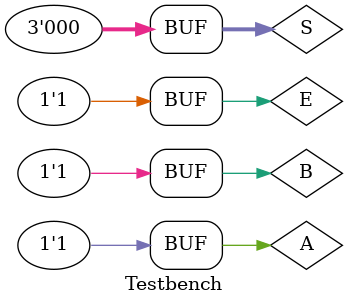
<source format=v>
`timescale 1ns / 1ps


module Testbench;

	// Inputs
	reg E;
	reg A;
	reg B;
	reg [2:0] S;

	// Outputs
	wire [7:0] D;

	// Instantiate the Unit Under Test (UUT)
	KT1 uut (
		.E(E), 
		.A(A), 
		.B(B), 
		.S(S), 
		.D(D)
	);

	initial begin
		// Initialize Inputs
		E = 0;
		A = 0;
		B = 0;
		S = 0;
		#100;
		
        
		// Add stimulus here
		
		E = 0;
		A = 1;
		B = 0;
		S = 0;
		#100;
		
		E = 0;
		A = 0;
		B = 1;
		S = 0;
		#100;
		
		E = 1;
		A = 1;
		B = 0;
		S = 0;
		#100;
		
		A = 1;
		B = 0;
		S = 1;
		#100;
		
		
		
		A = 1;
		B = 0;
		S = 2;
		#100;
		
		
		A = 1;
		B = 0;
		S = 3;
		#100;
		
		
		A = 1;
		B = 0;
		S = 4;
		#100;
		
		
		A = 1;
		B = 0;
		S = 5;
		#100;
		
		
		A = 1;
		B = 0;
		S = 6;
		#100;
		
		
		A = 1;
		B = 0;
		S = 7;
		#100;
		
		
		A = 0;
		B = 1;
		S = 0;
		#100;
		
		
		A = 1;
		B = 1;
		S = 0;
		#100;

	end
      
endmodule


</source>
